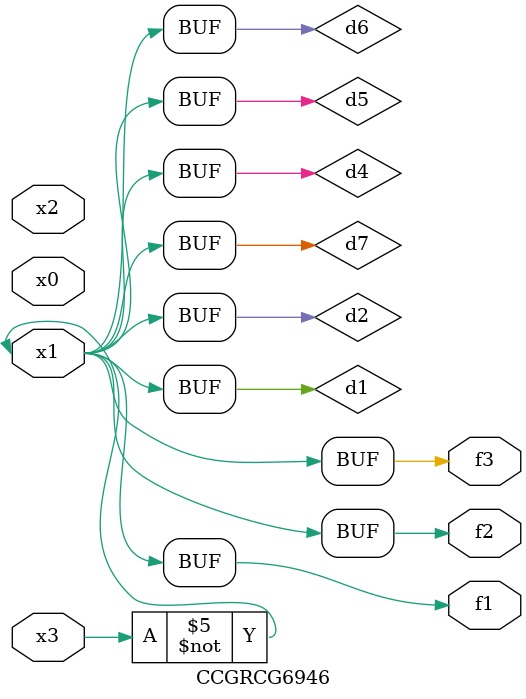
<source format=v>
module CCGRCG6946(
	input x0, x1, x2, x3,
	output f1, f2, f3
);

	wire d1, d2, d3, d4, d5, d6, d7;

	not (d1, x3);
	buf (d2, x1);
	xnor (d3, d1, d2);
	nor (d4, d1);
	buf (d5, d1, d2);
	buf (d6, d4, d5);
	nand (d7, d4);
	assign f1 = d6;
	assign f2 = d7;
	assign f3 = d6;
endmodule

</source>
